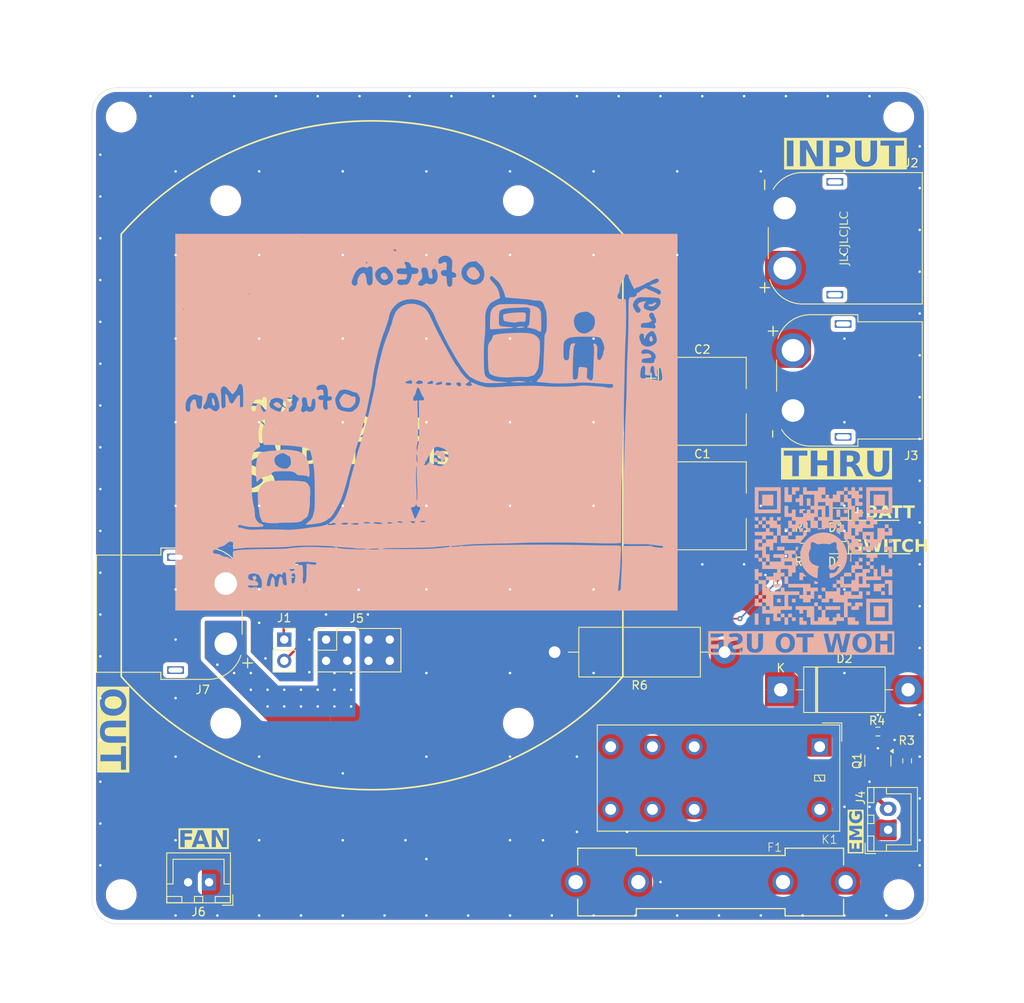
<source format=kicad_pcb>
(kicad_pcb (version 20241229) (generator "pcbnew") (generator_version "9.0")
  (layers (0 "F.Cu" signal) (2 "B.Cu" signal) (13 "F.Paste" user) (15 "B.Paste" user) (5 "F.SilkS" user "F.Silkscreen") (7 "B.SilkS" user "B.Silkscreen") (1 "F.Mask" user) (3 "B.Mask" user) (25 "Edge.Cuts" user))
  (net 0 "")
  (net 1 "GNDPWR")
  (net 2 "+BATT")
  (net 3 "Net-(D1-A)")
  (net 4 "Net-(D2-A)")
  (net 5 "Net-(J5-Pin_1)")
  (net 6 "EMERGENCY")
  (net 7 "GNDD")
  (net 8 "Net-(J4-Pin_2)")
  (net 9 "Net-(K1-Pad12)")
  (net 10 "Net-(Q1-G)")
  (net 11 "Net-(U1-A)")
  (net 12 "Net-(U1-VO)")
  (net 13 "Net-(D3-A)")
  (net 14 "Net-(F1-Pad1)")
  (footprint "Connector_AMASS:AMASS_XT60PW-M_1x02_P7.20mm_Horizontal" (layer "F.Cu") (at 82.85 14.4 -90)
    (property "Reference" "J2" (at -5.4 -15.15 180) (layer "F.SilkS"))
    (property "Value" "Conn_01x02")
    (fp_text user "-" (at -2.8 2.5 90) (layer "F.SilkS") (effects (font (size 1.5 1.5))))
    (fp_text user "+" (at 9.5 2.5 90) (layer "F.SilkS") (effects (font (size 1.5 1.5))))
    (pad "" thru_hole rect (at -3.15 -6 270) (size 0.9 2) (drill oval 0.6 1.7) (layers "*.Cu" "*.Mask"))
    (pad "" thru_hole rect (at 10.35 -6 270) (size 0.9 2) (drill oval 0.6 1.7) (layers "*.Cu" "*.Mask"))
    (pad "1" thru_hole roundrect (at 0 0 270) (size 4.1 4.1) (drill 2.7) (layers "*.Cu" "*.Mask") (net 1 "GNDPWR"))
    (pad "2" thru_hole circle (at 7.2 0 270) (size 4.1 4.1) (drill 2.7) (layers "*.Cu" "*.Mask") (net 2 "+BATT"))
  )
  (footprint "Connector_PinSocket_2.54mm:PinSocket_1x02_P2.54mm_Vertical" (layer "F.Cu") (at 23 65.999995)
    (property "Reference" "J1" (at 0 -2.589995 0) (layer "F.SilkS"))
    (property "Value" "Conn_01x02_Pin")
    (pad "1" thru_hole rect (at 0 0) (size 1.7 1.7) (drill 1) (layers "*.Cu" "*.Mask") (net 6 "EMERGENCY"))
    (pad "2" thru_hole circle (at 0 2.54) (size 1.7 1.7) (drill 1) (layers "*.Cu" "*.Mask") (net 7 "GNDD"))
  )
  (footprint "MountingHole:MountingHole_3.2mm_M3" (layer "F.Cu") (at 3.5 96.5)
    (property "Reference" "H7" (hide yes))
    (property "Value" "MountingHole")
    (pad "" np_thru_hole circle (at 0 0) (size 3.2 3.2) (drill 3.2) (layers "*.Cu" "*.Mask"))
  )
  (footprint "Library:FUC-04" (layer "F.Cu") (at 86.4 95 180)
    (property "Reference" "F1" (at 4.75 4.14 0) (layer "F.SilkS") (effects (font (thickness 0.1))))
    (property "Value" "Fuse_Small")
    (pad "1" thru_hole circle (at -3.75 0 180) (size 2.55 2.55) (drill 1.7) (layers "*.Cu" "*.Mask") (net 14 "Net-(F1-Pad1)"))
    (pad "1" thru_hole circle (at 3.75 0 180) (size 2.55 2.55) (drill 1.7) (layers "*.Cu" "*.Mask") (net 14 "Net-(F1-Pad1)"))
    (pad "2" thru_hole circle (at 21.05 0 180) (size 2.55 2.55) (drill 1.7) (layers "*.Cu" "*.Mask") (net 5 "Net-(J5-Pin_1)"))
    (pad "2" thru_hole circle (at 28.55 0 180) (size 2.55 2.55) (drill 1.7) (layers "*.Cu" "*.Mask") (net 5 "Net-(J5-Pin_1)"))
  )
  (footprint "Connector_AMASS:AMASS_XT60PW-F_1x02_P7.20mm_Horizontal" (layer "F.Cu") (at 83.85 38.6 -90)
    (property "Reference" "J3" (at 5.4 -14.15 180) (layer "F.SilkS"))
    (property "Value" "Conn_01x02")
    (fp_text user "-" (at 2.8 2.5 90) (layer "F.SilkS"))
    (fp_text user "+" (at -9.5 2.5 90) (layer "F.SilkS") (effects (font (size 1.5 1.5))))
    (pad "" thru_hole rect (at -10.35 -6 270) (size 0.9 2) (drill oval 0.6 1.7) (layers "*.Cu" "*.Mask"))
    (pad "" thru_hole rect (at 3.15 -6 270) (size 0.9 2) (drill oval 0.6 1.7) (layers "*.Cu" "*.Mask"))
    (pad "1" thru_hole roundrect (at 0 0 270) (size 4.1 4.1) (drill 2.7) (layers "*.Cu" "*.Mask") (net 1 "GNDPWR"))
    (pad "2" thru_hole circle (at -7.2 0 270) (size 4.1 4.1) (drill 2.7) (layers "*.Cu" "*.Mask") (net 2 "+BATT"))
  )
  (footprint "Diode_THT:D_DO-201AD_P15.24mm_Horizontal" (layer "F.Cu") (at 82.38 72)
    (property "Reference" "D2" (at 7.62 -3.72 0) (layer "F.SilkS"))
    (property "Value" "D")
    (fp_text user "K" (at 0 -2.6 0) (layer "F.SilkS"))
    (pad "1" thru_hole roundrect (at 0 0) (size 3.2 3.2) (drill 1.6) (layers "*.Cu" "*.Mask") (roundrect_rratio 0.078125) (net 2 "+BATT"))
    (pad "2" thru_hole circle (at 15.24 0) (size 3.2 3.2) (drill 1.6) (layers "*.Cu" "*.Mask") (net 4 "Net-(D2-A)"))
  )
  (footprint "MountingHole:MountingHole_3.2mm_M3" (layer "F.Cu") (at 16 13.500005)
    (property "Reference" "H1" (hide yes))
    (property "Value" "MountingHole")
    (pad "" np_thru_hole circle (at 0 0) (size 3.2 3.2) (drill 3.2) (layers "*.Cu" "*.Mask"))
  )
  (footprint "LED_SMD:LED_0603_1608Metric" (layer "F.Cu") (at 89 55 180)
    (property "Reference" "D3" (at 0 -1.7 0) (layer "F.SilkS"))
    (property "Value" "LED")
    (pad "1" smd roundrect (at -0.7875 0 180) (size 0.875 0.95) (layers "F.Cu" "F.Mask" "F.Paste") (net 1 "GNDPWR"))
    (pad "2" smd roundrect (at 0.7875 0 180) (size 0.875 0.95) (layers "F.Cu" "F.Mask" "F.Paste") (net 13 "Net-(D3-A)"))
  )
  (footprint "MountingHole:MountingHole_3.2mm_M3" (layer "F.Cu") (at 3.5 3.5)
    (property "Reference" "H5" (hide yes))
    (property "Value" "MountingHole")
    (pad "" np_thru_hole circle (at 0 0) (size 3.2 3.2) (drill 3.2) (layers "*.Cu" "*.Mask"))
  )
  (footprint "Package_TO_SOT_SMD:SOT-23" (layer "F.Cu") (at 94 80.5 -90)
    (property "Reference" "Q1" (at 0 2.49 270) (layer "F.SilkS"))
    (property "Value" "BSS138")
    (pad "1" smd roundrect (at -0.9375 -0.95 270) (size 1.475 0.6) (layers "F.Cu" "F.Mask" "F.Paste") (net 10 "Net-(Q1-G)"))
    (pad "2" smd roundrect (at -0.9375 0.95 270) (size 1.475 0.6) (layers "F.Cu" "F.Mask" "F.Paste") (net 1 "GNDPWR"))
    (pad "3" smd roundrect (at 0.9375 0 270) (size 1.475 0.6) (layers "F.Cu" "F.Mask" "F.Paste") (net 8 "Net-(J4-Pin_2)"))
  )
  (footprint "MountingHole:MountingHole_3.2mm_M3" (layer "F.Cu") (at 96.5 96.5)
    (property "Reference" "H8" (hide yes))
    (property "Value" "MountingHole")
    (pad "" np_thru_hole circle (at 0 0) (size 3.2 3.2) (drill 3.2) (layers "*.Cu" "*.Mask"))
  )
  (footprint "Resistor_SMD:R_0603_1608Metric_Pad0.98x0.95mm_HandSolder" (layer "F.Cu") (at 85 51)
    (property "Reference" "R1" (at 0 1.575 0) (layer "F.SilkS"))
    (property "Value" "3.3k")
    (pad "1" smd roundrect (at -0.9125 0) (size 0.975 0.95) (layers "F.Cu" "F.Mask" "F.Paste") (net 2 "+BATT"))
    (pad "2" smd roundrect (at 0.9125 0) (size 0.975 0.95) (layers "F.Cu" "F.Mask" "F.Paste") (net 3 "Net-(D1-A)"))
  )
  (footprint "Capacitor_SMD:CP_Elec_10x10" (layer "F.Cu") (at 73 37.5)
    (property "Reference" "C2" (at 0 -6.2 0) (layer "F.SilkS"))
    (property "Value" "330u")
    (pad "1" smd roundrect (at -4 0) (size 4 2.5) (layers "F.Cu" "F.Mask" "F.Paste") (roundrect_rratio 0.1) (net 2 "+BATT"))
    (pad "2" smd roundrect (at 4 0) (size 4 2.5) (layers "F.Cu" "F.Mask" "F.Paste") (roundrect_rratio 0.1) (net 1 "GNDPWR"))
  )
  (footprint "MountingHole:MountingHole_3.2mm_M3" (layer "F.Cu") (at 16 75.999995)
    (property "Reference" "H3" (hide yes))
    (property "Value" "MountingHole")
    (pad "" np_thru_hole circle (at 0 0) (size 3.2 3.2) (drill 3.2) (layers "*.Cu" "*.Mask"))
  )
  (footprint "Resistor_SMD:R_0603_1608Metric_Pad0.98x0.95mm_HandSolder" (layer "F.Cu") (at 85 55 180)
    (property "Reference" "R5" (at 0 -1.7 0) (layer "F.SilkS"))
    (property "Value" "3.3k")
    (pad "1" smd roundrect (at -0.9125 0 180) (size 0.975 0.95) (layers "F.Cu" "F.Mask" "F.Paste") (net 13 "Net-(D3-A)"))
    (pad "2" smd roundrect (at 0.9125 0 180) (size 0.975 0.95) (layers "F.Cu" "F.Mask" "F.Paste") (net 14 "Net-(F1-Pad1)"))
  )
  (footprint "LED_SMD:LED_0603_1608Metric" (layer "F.Cu") (at 89 51 180)
    (property "Reference" "D1" (at -0.025 -1.6 0) (layer "F.SilkS"))
    (property "Value" "LED")
    (pad "1" smd roundrect (at -0.7875 0 180) (size 0.875 0.95) (layers "F.Cu" "F.Mask" "F.Paste") (net 1 "GNDPWR"))
    (pad "2" smd roundrect (at 0.7875 0 180) (size 0.875 0.95) (layers "F.Cu" "F.Mask" "F.Paste") (net 3 "Net-(D1-A)"))
  )
  (footprint "Package_SO:SO-5-6_4.55x3.7mm_P1.27mm" (layer "F.Cu") (at 30.85 59.23)
    (property "Reference" "U1" (at 0 -2.8 0) (layer "F.SilkS"))
    (property "Value" "~")
    (pad "1" smd roundrect (at -3.15 -1.27) (size 1.2 0.8) (layers "F.Cu" "F.Mask" "F.Paste") (net 11 "Net-(U1-A)"))
    (pad "3" smd roundrect (at -3.15 1.27) (size 1.2 0.8) (layers "F.Cu" "F.Mask" "F.Paste") (net 7 "GNDD"))
    (pad "4" smd roundrect (at 3.15 1.27) (size 1.2 0.8) (layers "F.Cu" "F.Mask" "F.Paste") (net 1 "GNDPWR"))
    (pad "5" smd roundrect (at 3.15 0) (size 1.2 0.8) (layers "F.Cu" "F.Mask" "F.Paste") (net 12 "Net-(U1-VO)"))
    (pad "6" smd roundrect (at 3.15 -1.27) (size 1.2 0.8) (layers "F.Cu" "F.Mask" "F.Paste") (net 2 "+BATT"))
  )
  (footprint "Resistor_SMD:R_0603_1608Metric_Pad0.98x0.95mm_HandSolder" (layer "F.Cu") (at 23.849995 58)
    (property "Reference" "R2" (at 0 -1.43 0) (layer "F.SilkS"))
    (property "Value" "1k")
    (pad "1" smd roundrect (at -0.9125 0) (size 0.975 0.95) (layers "F.Cu" "F.Mask" "F.Paste") (net 6 "EMERGENCY"))
    (pad "2" smd roundrect (at 0.9125 0) (size 0.975 0.95) (layers "F.Cu" "F.Mask" "F.Paste") (net 11 "Net-(U1-A)"))
  )
  (footprint "Connector_JST:JST_XH_B2B-XH-A_1x02_P2.50mm_Vertical" (layer "F.Cu") (at 95.225 88.75 90)
    (property "Reference" "J4" (at 3.83 -3.285 90) (layer "F.SilkS"))
    (property "Value" "Conn_01x02")
    (pad "1" thru_hole roundrect (at 0 0 90) (size 1.7 2) (drill 1) (layers "*.Cu" "*.Mask") (roundrect_rratio 0.147059) (net 4 "Net-(D2-A)"))
    (pad "2" thru_hole oval (at 2.5 0 90) (size 1.7 2) (drill 1) (layers "*.Cu" "*.Mask") (net 8 "Net-(J4-Pin_2)"))
  )
  (footprint "Resistor_SMD:R_0603_1608Metric_Pad0.98x0.95mm_HandSolder" (layer "F.Cu") (at 94 77 180)
    (property "Reference" "R4" (at 0.09 1.3 0) (layer "F.SilkS"))
    (property "Value" "10k")
    (pad "1" smd roundrect (at -0.9125 0 180) (size 0.975 0.95) (layers "F.Cu" "F.Mask" "F.Paste") (net 10 "Net-(Q1-G)"))
    (pad "2" smd roundrect (at 0.9125 0 180) (size 0.975 0.95) (layers "F.Cu" "F.Mask" "F.Paste") (net 1 "GNDPWR"))
  )
  (footprint "Connector_PinSocket_2.54mm:PinSocket_2x04_P2.54mm_Vertical" (layer "F.Cu") (at 28 65.999995 90)
    (property "Reference" "J5" (at 2.539995 3.67 0) (layer "F.SilkS"))
    (property "Value" "Conn_02x04_Counter_Clockwise")
    (pad "1" thru_hole rect (at 0 0 90) (size 1.7 1.7) (drill 1) (layers "*.Cu" "*.Mask") (net 5 "Net-(J5-Pin_1)"))
    (pad "2" thru_hole circle (at -2.54 0 90) (size 1.7 1.7) (drill 1) (layers "*.Cu" "*.Mask") (net 5 "Net-(J5-Pin_1)"))
    (pad "3" thru_hole circle (at 0 2.54 90) (size 1.7 1.7) (drill 1) (layers "*.Cu" "*.Mask") (net 5 "Net-(J5-Pin_1)"))
    (pad "4" thru_hole circle (at -2.54 2.54 90) (size 1.7 1.7) (drill 1) (layers "*.Cu" "*.Mask") (net 5 "Net-(J5-Pin_1)"))
    (pad "5" thru_hole circle (at 0 5.08 90) (size 1.7 1.7) (drill 1) (layers "*.Cu" "*.Mask") (net 1 "GNDPWR"))
    (pad "6" thru_hole circle (at -2.54 5.08 90) (size 1.7 1.7) (drill 1) (layers "*.Cu" "*.Mask") (net 1 "GNDPWR"))
    (pad "7" thru_hole circle (at 0 7.62 90) (size 1.7 1.7) (drill 1) (layers "*.Cu" "*.Mask") (net 1 "GNDPWR"))
    (pad "8" thru_hole circle (at -2.54 7.62 90) (size 1.7 1.7) (drill 1) (layers "*.Cu" "*.Mask") (net 1 "GNDPWR"))
  )
  (footprint "Resistor_SMD:R_0603_1608Metric_Pad0.98x0.95mm_HandSolder" (layer "F.Cu") (at 97.5 80.5 90)
    (property "Reference" "R3" (at 2.43 -0.05 180) (layer "F.SilkS"))
    (property "Value" "1k")
    (pad "1" smd roundrect (at -0.9125 0 90) (size 0.975 0.95) (layers "F.Cu" "F.Mask" "F.Paste") (net 12 "Net-(U1-VO)"))
    (pad "2" smd roundrect (at 0.9125 0 90) (size 0.975 0.95) (layers "F.Cu" "F.Mask" "F.Paste") (net 10 "Net-(Q1-G)"))
  )
  (footprint "MountingHole:MountingHole_3.2mm_M3" (layer "F.Cu") (at 96.5 3.5)
    (property "Reference" "H6" (hide yes))
    (property "Value" "MountingHole")
    (pad "" np_thru_hole circle (at 0 0) (size 3.2 3.2) (drill 3.2) (layers "*.Cu" "*.Mask"))
  )
  (footprint "Resistor_THT:R_Axial_DIN0614_L14.3mm_D5.7mm_P20.32mm_Horizontal" (layer "F.Cu") (at 75.66 67.5 180)
    (property "Reference" "R6" (at 10.16 -3.97 0) (layer "F.SilkS"))
    (property "Value" "47")
    (pad "1" thru_hole circle (at 0 0 180) (size 2.8 2.8) (drill 1.4) (layers "*.Cu" "*.Mask") (net 9 "Net-(K1-Pad12)"))
    (pad "2" thru_hole circle (at 20.32 0 180) (size 2.8 2.8) (drill 1.4) (layers "*.Cu" "*.Mask") (net 1 "GNDPWR"))
  )
  (footprint "Capacitor_SMD:CP_Elec_10x10" (layer "F.Cu") (at 73 50)
    (property "Reference" "C1" (at 0 -6.2 0) (layer "F.SilkS"))
    (property "Value" "330u")
    (pad "1" smd roundrect (at -4 0) (size 4 2.5) (layers "F.Cu" "F.Mask" "F.Paste") (roundrect_rratio 0.1) (net 2 "+BATT"))
    (pad "2" smd roundrect (at 4 0) (size 4 2.5) (layers "F.Cu" "F.Mask" "F.Paste") (roundrect_rratio 0.1) (net 1 "GNDPWR"))
  )
  (footprint "MountingHole:MountingHole_3.2mm_M3" (layer "F.Cu") (at 51 75.999995)
    (property "Reference" "H4" (hide yes))
    (property "Value" "MountingHole")
    (pad "" np_thru_hole circle (at 0 0) (size 3.2 3.2) (drill 3.2) (layers "*.Cu" "*.Mask"))
  )
  (footprint "Library:G2R-1-E" (layer "F.Cu") (at 89.4375 76.2125 -90)
    (property "Reference" "K1" (at 13.6975 1.2275 0) (layer "F.SilkS") (effects (font (thickness 0.1))))
    (property "Value" "G2R-1-E")
    (pad "11" thru_hole circle (at 2.600001 22.4 270) (size 2 2) (drill 1.3) (layers "*.Cu" "*.Mask") (net 14 "Net-(F1-Pad1)"))
    (pad "11" thru_hole circle (at 10.099999 22.4 270) (size 2 2) (drill 1.3) (layers "*.Cu" "*.Mask") (net 14 "Net-(F1-Pad1)"))
    (pad "12" thru_hole circle (at 2.600001 17.400001 270) (size 2 2) (drill 1.3) (layers "*.Cu" "*.Mask") (net 9 "Net-(K1-Pad12)"))
    (pad "12" thru_hole circle (at 10.099999 17.4 270) (size 2 2) (drill 1.3) (layers "*.Cu" "*.Mask") (net 9 "Net-(K1-Pad12)"))
    (pad "14" thru_hole circle (at 2.6 27.4 270) (size 2 2) (drill 1.3) (layers "*.Cu" "*.Mask") (net 2 "+BATT"))
    (pad "14" thru_hole circle (at 10.1 27.4 270) (size 2 2) (drill 1.3) (layers "*.Cu" "*.Mask") (net 2 "+BATT"))
    (pad "A1" thru_hole rect (at 2.6 2.4 270) (size 2 2) (drill 1.3) (layers "*.Cu" "*.Mask") (net 2 "+BATT"))
    (pad "A2" thru_hole circle (at 10.1 2.4 270) (size 2 2) (drill 1.3) (layers "*.Cu" "*.Mask") (net 4 "Net-(D2-A)"))
  )
  (footprint "Connector_JST:JST_XH_B2B-XH-A_1x02_P2.50mm_Vertical" (layer "F.Cu") (at 14 95.025 180)
    (property "Reference" "J6" (at 1.25 -3.55 0) (layer "F.SilkS"))
    (property "Value" "Conn_01x02")
    (pad "1" thru_hole roundrect (at 0 0 180) (size 1.7 2) (drill 1) (layers "*.Cu" "*.Mask") (roundrect_rratio 0.147059) (net 5 "Net-(J5-Pin_1)"))
    (pad "2" thru_hole oval (at 2.5 0 180) (size 1.7 2) (drill 1) (layers "*.Cu" "*.Mask") (net 1 "GNDPWR"))
  )
  (footprint "MountingHole:MountingHole_3.2mm_M3" (layer "F.Cu") (at 51 13.500005)
    (property "Reference" "H2" (hide yes))
    (property "Value" "MountingHole")
    (pad "" np_thru_hole circle (at 0 0) (size 3.2 3.2) (drill 3.2) (layers "*.Cu" "*.Mask"))
  )
  (footprint "Connector_AMASS:AMASS_XT60PW-F_1x02_P7.20mm_Horizontal" (layer "F.Cu") (at 16 59.3 90)
    (property "Reference" "J7" (at -12.7 -2.75 180) (layer "F.SilkS"))
    (property "Value" "Conn_01x02")
    (fp_text user "+" (at -9.5 2.5 90) (layer "F.SilkS") (effects (font (size 1.5 1.5))))
    (fp_text user "-" (at 2.8 2.5 90) (layer "F.SilkS"))
    (pad "" thru_hole rect (at -10.35 -6 90) (size 0.9 2) (drill oval 0.6 1.7) (layers "*.Cu" "*.Mask"))
    (pad "" thru_hole rect (at 3.15 -6 90) (size 0.9 2) (drill oval 0.6 1.7) (layers "*.Cu" "*.Mask"))
    (pad "1" thru_hole roundrect (at 0 0 90) (size 4.1 4.1) (drill 2.7) (layers "*.Cu" "*.Mask") (net 1 "GNDPWR"))
    (pad "2" thru_hole circle (at -7.2 0 90) (size 4.1 4.1) (drill 2.7) (layers "*.Cu" "*.Mask") (net 5 "Net-(J5-Pin_1)"))
  )
  (footprint "Capacitor_SMD:C_0603_1608Metric_Pad1.08x0.95mm_HandSolder" (layer "F.Cu") (at 36.35 59.23 -90)
    (property "Reference" "C3" (at 0 -1.43 90) (layer "F.SilkS"))
    (property "Value" "0.1u")
    (pad "1" smd roundrect (at -0.8625 0 270) (size 1.075 0.95) (layers "F.Cu" "F.Mask" "F.Paste") (net 2 "+BATT"))
    (pad "2" smd roundrect (at 0.8625 0 270) (size 1.075 0.95) (layers "F.Cu" "F.Mask" "F.Paste") (net 1 "GNDPWR"))
  )
  (footprint "LOGO" (layer "F.Cu") (at 18.37 40.88)
    (property "Reference" "G***" (hide yes))
    (property "Value" "LOGO" (hide yes))
  )
  (footprint "LOGO" (layer "B.Cu") (at 87.5 56 180)
    (property "Reference" "G***" (hide yes))
    (property "Value" "LOGO" (hide yes))
  )
  (footprint "LOGO" (layer "B.Cu") (at 40 40 180)
    (property "Reference" "G***" (hide yes))
    (property "Value" "LOGO" (hide yes))
  )
  (gr_line (start 3.5 17.499999) (end 3.5 70.415019) (stroke (width 0.2)) (layer "F.SilkS"))
  (gr_line (start 90.485 51.735) (end 96.53 51.735) (stroke (width 0.15)) (layer "F.SilkS"))
  (gr_arc (start 3.5 17.499999) (mid 33.5 3.957509) (end 63.5 17.499998) (stroke (width 0.2)) (layer "F.SilkS"))
  (gr_line (start 63.5 17.499998) (end 63.5 70.41502) (stroke (width 0.2)) (layer "F.SilkS"))
  (gr_line (start 90.485 55.735) (end 97.83 55.735) (stroke (width 0.15)) (layer "F.SilkS"))
  (gr_arc (start 63.5 70.41502) (mid 33.5 83.957509) (end 3.5 70.415019) (stroke (width 0.2)) (layer "F.SilkS"))
  (gr_arc (start 97 0) (mid 99.12132 0.87868) (end 100 3) (stroke (width 0.05)) (layer "Edge.Cuts"))
  (gr_line (start 97 100) (end 3 100) (stroke (width 0.05)) (layer "Edge.Cuts"))
  (gr_arc (start 3 100) (mid 0.87868 99.12132) (end 0 97) (stroke (width 0.05)) (layer "Edge.Cuts"))
  (gr_arc (start 0 3) (mid 0.87868 0.87868) (end 3 0) (stroke (width 0.05)) (layer "Edge.Cuts"))
  (gr_line (start 3 0) (end 97 0) (stroke (width 0.05)) (layer "Edge.Cuts"))
  (gr_line (start 0 97) (end 0 3) (stroke (width 0.05)) (layer "Edge.Cuts"))
  (gr_line (start 100 3) (end 100 97) (stroke (width 0.05)) (layer "Edge.Cuts"))
  (gr_arc (start 100 97) (mid 99.12132 99.12132) (end 97 100) (stroke (width 0.05)) (layer "Edge.Cuts"))
  (gr_text "FAN" (at 10.31 91.165 0) (layer "F.SilkS" knockout) (effects (font (size 2 2) (thickness 0.3) (bold yes) (italic yes)) (justify left bottom)))
  (gr_text "+BATT" (at 90.7 51.735 0) (layer "F.SilkS") (effects (font (size 1.5 1.5) (thickness 0.3) (bold yes) (italic yes)) (justify left bottom)))
  (gr_text "Designer:Issei Takeuchi" (at 24.89 45.35 0) (layer "F.SilkS") (effects (font (size 2 2) (thickness 0.25) (bold yes) (italic yes)) (justify left bottom)))
  (gr_text "THRU" (at 82.73 46.97 0) (layer "F.SilkS" knockout) (effects (font (size 3 3) (thickness 0.3) (bold yes) (italic yes)) (justify left bottom)))
  (gr_text "2025-SSR-Team5" (at 24.99 42.85 0) (layer "F.SilkS") (effects (font (size 3 3) (thickness 0.4) (bold yes) (italic yes)) (justify left bottom)))
  (gr_text "SWITCH" (at 90.74 55.77 0) (layer "F.SilkS") (effects (font (size 1.5 1.5) (thickness 0.3) (bold yes) (italic yes)) (justify left bottom)))
  (gr_text "EMG" (at 92.36 91.6 90) (layer "F.SilkS" knockout) (effects (font (size 1.5 1.5) (thickness 0.3) (bold yes) (italic yes)) (justify left bottom)))
  (gr_text "OUT" (at 0.5 71.75 270) (layer "F.SilkS" knockout) (effects (font (size 3 3) (thickness 0.3) (bold yes) (italic yes)) (justify left bottom)))
  (gr_text "JLCJLCJLC" (at 90 18 90) (layer "F.SilkS") (effects (font (size 1 1) (thickness 0.1))))
  (gr_text "INPUT" (at 82.73 9.89 0) (layer "F.SilkS" knockout) (effects (font (size 3 3) (thickness 0.3) (bold yes) (italic yes)) (justify left bottom)))
  (gr_text "HOW TO USE" (at 96 67.9 0) (layer "B.SilkS" knockout) (effects (font (size 2.2 2.2) (thickness 0.5) (bold yes) (italic yes)) (justify left bottom mirror)))
  (segment (start 93.05 77.0375) (end 93.0875 77) (width 0.2) (layer "F.Cu") (net 1))
  (segment (start 93.05 79.5625) (end 93.05 77.0375) (width 0.2) (layer "F.Cu") (net 1))
  (via (at 10 90) (size 0.6) (drill 0.3) (layers "F.Cu" "B.Cu") (net 1))
  (via (at 40 10) (size 0.6) (drill 0.3) (layers "F.Cu" "B.Cu") (net 1))
  (via (at 20 40) (size 0.6) (drill 0.3) (layers "F.Cu" "B.Cu") (net 1))
  (via (at 99 17) (size 0.6) (drill 0.3) (layers "F.Cu" "B.Cu") (net 1))
  (via (at 99 22) (size 0.6) (drill 0.3) (layers "F.Cu" "B.Cu") (net 1))
  (via (at 99 7) (size 0.6) (drill 0.3) (layers "F.Cu" "B.Cu") (net 1))
  (via (at 90 86) (size 0.6) (drill 0.3) (layers "F.Cu" "B.Cu") (net 1))
  (via (at 99 47) (size 0.6) (drill 0.3) (layers "F.Cu" "B.Cu") (net 1))
  (via (at 20 60) (size 0.6) (drill 0.3) (layers "F.Cu" "B.Cu") (net 1))
  (via (at 1 8) (size 0.6) (drill 0.3) (layers "F.Cu" "B.Cu") (net 1))
  (via (at 20 20) (size 0.6) (drill 0.3) (layers "F.Cu" "B.Cu") (net 1))
  (via (at 10 50) (size 0.6) (drill 0.3) (layers "F.Cu" "B.Cu") (net 1))
  (via (at 60 30) (size 0.6) (drill 0.3) (layers "F.Cu" "B.Cu") (net 1))
  (via (at 73 1) (size 0.6) (drill 0.3) (layers "F.Cu" "B.Cu") (net 1))
  (via (at 10 40) (size 0.6) (drill 0.3) (layers "F.Cu" "B.Cu") (net 1))
  (via (at 30 90) (size 0.6) (drill 0.3) (layers "F.Cu" "B.Cu") (net 1))
  (via (at 80 50) (size 0.6) (drill 0.3) (layers "F.Cu" "B.Cu") (net 1))
  (via (at 20 80) (size 0.6) (drill 0.3) (layers "F.Cu" "B.Cu") (net 1))
  (via (at 93 83) (size 0.6) (drill 0.3) (layers "F.Cu" "B.Cu") (net 1))
  (via (at 40 70) (size 0.6) (drill 0.3) (layers "F.Cu" "B.Cu") (net 1))
  (via (at 1 73) (size 0.6) (drill 0.3) (layers "F.Cu" "B.Cu") (net 1))
  (via (at 17 1) (size 0.6) (drill 0.3) (layers "F.Cu" "B.Cu") (net 1))
  (via (at 20.75 68.25) (size 0.6) (drill 0.3) (layers "F.Cu" "B.Cu") (net 1))
  (via (at 93 86) (size 0.6) (drill 0.3) (layers "F.Cu" "B.Cu") (net 1))
  (via (at 10 10) (size 0.6) (drill 0.3) (layers "F.Cu" "B.Cu") (net 1))
  (via (at 60 99) (size 0.6) (drill 0.3) (layers "F.Cu" "B.Cu") (net 1))
  (via (at 30 30) (size 0.6) (drill 0.3) (layers "F.Cu" "B.Cu") (net 1))
  (via (at 70 10) (size 0.6) (drill 0.3) (layers "F.Cu" "B.Cu") (net 1))
  (via (at 64 89) (size 0.6) (drill 0.3) (layers "F.Cu" "B.Cu") (net 1))
  (via (at 58 80) (size 0.6) (drill 0.3) (layers "F.Cu" "B.Cu") (net 1))
  (via (at 30 40) (size 0.6) (drill 0.3) (layers "F.Cu" "B.Cu") (net 1))
  (via (at 10 80) (size 0.6) (drill 0.3) (layers "F.Cu" "B.Cu") (net 1))
  (via (at 40 60) (size 0.6) (drill 0.3) (layers "F.Cu" "B.Cu") (net 1))
  (via (at 50 90) (size 0.6) (drill 0.3) (layers "F.Cu" "B.Cu") (net 1))
  (via (at 50 30) (size 0.6) (drill 0.3) (layers "F.Cu" "B.Cu") (net 1))
  (via (at 50 99) (size 0.6) (drill 0.3) (layers "F.Cu" "B.Cu") (net 1))
  (via (at 1 18) (size 0.6) (drill 0.3) (layers "F.Cu" "B.Cu") (net 1))
  (via (at 99 57) (size 0.6) (drill 0.3) (layers "F.Cu" "B.Cu") (net 1))
  (via (at 85 99) (size 0.6) (drill 0.3) (layers "F.Cu" "B.Cu") (net 1))
  (via (at 20 64) (size 0.6) (drill 0.3) (layers "F.Cu" "B.Cu") (net 1))
  (via (at 99 90) (size 0.6) (drill 0.3) (layers "F.Cu" "B.Cu") (net 1))
  (via (at 22 1) (size 0.6) (drill 0.3) (layers "F.Cu" "B.Cu") (net 1))
  (via (at 26 66) (size 0.6) (drill 0.3) (layers "F.Cu" "B.Cu") (net 1))
  (via (at 94 75) (size 0.6) (drill 0.3) (layers "F.Cu" "B.Cu") (net 1))
  (via (at 60 20) (size 0.6) (drill 0.3) (layers "F.Cu" "B.Cu") (net 1))
  (via (at 80 10) (size 0.6) (drill 0.3) (layers "F.Cu" "B.Cu") (net 1))
  (via (at 68 1) (size 0.6) (drill 0.3) (layers "F.Cu" "B.Cu") (net 1))
  (via (at 40 80) (size 0.6) (drill 0.3) (layers "F.Cu" "B.Cu") (net 1))
  (via (at 83 56) (size 0.6) (drill 0.3) (layers "F.Cu" "B.Cu") (net 1))
  (via (at 1 13) (size 0.6) (drill 0.3) (layers "F.Cu" "B.Cu") (net 1))
  (via (at 99 12) (size 0.6) (drill 0.3) (layers "F.Cu" "B.Cu") (net 1))
  (via (at 20 99) (size 0.6) (drill 0.3) (layers "F.Cu" "B.Cu") (net 1))
  (via (at 90 53) (size 0.6) (drill 0.3) (layers "F.Cu" "B.Cu") (net 1))
  (via (at 1 43) (size 0.6) (drill 0.3) (layers "F.Cu" "B.Cu") (net 1))
  (via (at 1 23) (size 0.6) (drill 0.3) (layers "F.Cu" "B.Cu") (net 1))
  (via (at 99 85) (size 0.6) (drill 0.3) (layers "F.Cu" "B.Cu") (net 1))
  (via (at 99 37) (size 0.6) (drill 0.3) (layers "F.Cu" "B.Cu") (net 1))
  (via (at 70 20) (size 0.6) (drill 0.3) (layers "F.Cu" "B.Cu") (net 1))
  (via (at 25 99) (size 0.6) (drill 0.3) (layers "F.Cu" "B.Cu") (net 1))
  (via (at 10 66) (size 0.6) (drill 0.3) (layers "F.Cu" "B.Cu") (net 1))
  (via (at 1 93) (size 0.6) (drill 0.3) (layers "F.Cu" "B.Cu") (net 1))
  (via (at 20 30) (size 0.6) (drill 0.3) (layers "F.Cu" "B.Cu") (net 1))
  (via (at 63 1) (size 0.6) (drill 0.3) (layers "F.Cu" "B.Cu") (net 1))
  (via (at 1 83) (size 0.6) (drill 0.3) (layers "F.Cu" "B.Cu") (net 1))
  (via (at 50 80) (size 0.6) (drill 0.3) (layers "F.Cu" "B.Cu") (net 1))
  (via (at 28 63) (size 0.6) (drill 0.3) (layers "F.Cu" "B.Cu") (net 1))
  (via (at 12 1) (size 0.6) (drill 0.3) (layers "F.Cu" "B.Cu") (net 1))
  (via (at 48 1) (size 0.6) (drill 0.3) (layers "F.Cu" "B.Cu") (net 1))
  (via (at 7 1) (size 0.6) (drill 0.3) (layers "F.Cu" "B.Cu") (net 1))
  (via (at 30 99) (size 0.6) (drill 0.3) (layers "F.Cu" "B.Cu") (net 1))
  (via (at 30 10) (size 0.6) (drill 0.3) (layers "F.Cu" "B.Cu") (net 1))
  (via (at 73 57) (size 0.6) (drill 0.3) (layers "F.Cu" "B.Cu") (net 1))
  (via (at 1 63) (size 0.6) (drill 0.3) (layers "F.Cu" "B.Cu") (net 1))
  (via (at 90 20) (size 0.6) (drill 0.3) (layers "F.Cu" "B.Cu") (net 1))
  (via (at 58 89) (size 0.6) (drill 0.3) (layers "F.Cu" "B.Cu") (net 1))
  (via (at 90 10) (size 0.6) (drill 0.3) (layers "F.Cu" "B.Cu") (net 1))
  (via (at 60 40) (size 0.6) (drill 0.3) (layers "F.Cu" "B.Cu") (net 1))
  (via (at 90 60) (size 0.6) (drill 0.3) (layers "F.Cu" "B.Cu") (net 1))
  (via (at 20 10) (size 0.6) (drill 0.3) (layers "F.Cu" "B.Cu") (net 1))
  (via (at 99 80) (size 0.6) (drill 0.3) (layers "F.Cu" "B.Cu") (net 1))
  (via (at 10 20) (size 0.6) (drill 0.3) (layers "F.Cu" "B.Cu") (net 1))
  (via (at 40 20) (size 0.6) (drill 0.3) (layers "F.Cu" "B.Cu") (net 1))
  (via (at 93 1) (size 0.6) (drill 0.3) (layers "F.Cu" "B.Cu") (net 1))
  (via (at 40 50) (size 0.6) (drill 0.3) (layers "F.Cu" "B.Cu") (net 1))
  (via (at 60 70) (size 0.6) (drill 0.3) (layers "F.Cu" "B.Cu") (net 1))
  (via (at 30 50) (size 0.6) (drill 0.3) (layers "F.Cu" "B.Cu") (net 1))
  (via (at 90 40) (size 0.6) (drill 0.3) (layers "F.Cu" "B.Cu") (net 1))
  (via (at 40 30) (size 0.6) (drill 0.3) (layers "F.Cu" "B.Cu") (net 1))
  (via (at 60 10) (size 0.6) (drill 0.3) (layers "F.Cu" "B.Cu") (net 1))
  (via (at 37.5 90) (size 0.6) (drill 0.3) (layers "F.Cu" "B.Cu") (net 1))
  (via (at 99 27) (size 0.6) (drill 0.3) (layers "F.Cu" "B.Cu") (net 1))
  (via (at 90 70) (size 0.6) (drill 0.3) (layers "F.Cu" "B.Cu") (net 1))
  (via (at 43 1) (size 0.6) (drill 0.3) (layers "F.Cu" "B.Cu") (net 1))
  (via (at 50 20) (size 0.6) (drill 0.3) (layers "F.Cu" "B.Cu") (net 1))
  (via (at 30 20) (size 0.6) (drill 0.3) (layers "F.Cu" "B.Cu") (net 1))
  (via (at 1 48) (size 0.6) (drill 0.3) (layers "F.Cu" "B.Cu") (net 1))
  (via (at 78 57) (size 0.6) (drill 0.3) (layers "F.Cu" "B.Cu") (net 1))
  (via (at 40 40) (size 0.6) (drill 0.3) (layers "F.Cu" "B.Cu") (net 1))
  (via (at 1 58) (size 0.6) (drill 0.3) (layers "F.Cu" "B.Cu") (net 1))
  (via (at 96 78) (size 0.6) (drill 0.3) (layers "F.Cu" "B.Cu") (net 1))
  (via (at 45 99) (size 0.6) (drill 0.3) (layers "F.Cu" "B.Cu") (net 1))
  (via (at 60 50) (size 0.6) (drill 0.3) (layers "F.Cu" "B.Cu") (net 1))
  (via (at 55 99) (size 0.6) (drill 0.3) (layers "F.Cu" "B.Cu") (net 1))
  (via (at 38 1) (size 0.6) (drill 0.3) (layers "F.Cu" "B.Cu") (net 1))
  (via (at 90 99) (size 0.6) (drill 0.3) (layers "F.Cu" "B.Cu") (net 1))
  (via (at 50 60) (size 0.6) (drill 0.3) (layers "F.Cu" "B.Cu") (net 1))
  (via (at 88 1) (size 0.6) (drill 0.3) (layers "F.Cu" "B.Cu") (net 1))
  (via (at 26 69.9) (size 0.6) (drill 0.3) (layers "F.Cu" "B.Cu") (net 1))
  (via (at 20 90) (size 0.6) (drill 0.3) (layers "F.Cu" "B.Cu") (net 1))
  (via (at 94 79) (size 0.6) (drill 0.3) (layers "F.Cu" "B.Cu") (net 1))
  (via (at 1 53) (size 0.6) (drill 0.3) (layers "F.Cu" "B.Cu") (net 1))
  (via (at 1 28) (size 0.6) (drill 0.3) (layers "F.Cu" "B.Cu") (net 1))
  (via (at 1 38) (size 0.6) (drill 0.3) (layers "F.Cu" "B.Cu") (net 1))
  (via (at 60 60) (size 0.6) (drill 0.3) (layers "F.Cu" "B.Cu") (net 1))
  (via (at 99 67) (size 0.6) (drill 0.3) (layers "F.Cu" "B.Cu") (net 1))
  (via (at 68 95) (size 0.6) (drill 0.3) (layers "F.Cu" "B.Cu") (net 1))
  (via (at 10 99) (size 0.6) (drill 0.3) (layers "F.Cu" "B.Cu") (net 1))
  (via (at 10 60) (size 0.6) (drill 0.3) (layers "F.Cu" "B.Cu") (net 1))
  (via (at 95 99) (size 0.6) (drill 0.3) (layers "F.Cu" "B.Cu") (net 1))
  (via (at 80 99) (size 0.6) (drill 0.3) (layers "F.Cu" "B.Cu") (net 1))
  (via (at 99 93) (size 0.6) (drill 0.3) (layers "F.Cu" "B.Cu") (net 1))
  (via (at 30 10) (size 0.6) (drill 0.3) (layers "F.Cu" "B.Cu") (net 1))
  (via (at 78 1) (size 0.6) (drill 0.3) (layers "F.Cu" "B.Cu") (net 1))
  (via (at 1 78) (size 0.6) (drill 0.3) (layers "F.Cu" "B.Cu") (net 1))
  (via (at 40 99) (size 0.6) (drill 0.3) (layers "F.Cu" "B.Cu") (net 1))
  (via (at 50 10) (size 0.6) (drill 0.3) (layers "F.Cu" "B.Cu") (net 1))
  (via (at 80.55 58.275) (size 0.6) (drill 0.3) (layers "F.Cu" "B.Cu") (net 1))
  (via (at 50 50) (size 0.6) (drill 0.3) (layers "F.Cu" "B.Cu") (net 1))
  (via (at 35 99) (size 0.6) (drill 0.3) (layers "F.Cu" "B.Cu") (net 1))
  (via (at 53.95 90) (size 0.6) (drill 0.3) (layers "F.Cu" "B.Cu") (net 1))
  (via (at 99 75) (size 0.6) (drill 0.3) (layers "F.Cu" "B.Cu") (net 1))
  (via (at 50 40) (size 0.6) (drill 0.3) (layers "F.Cu" "B.Cu") (net 1))
  (via (at 58 1) (size 0.6) (drill 0.3) (layers "F.Cu" "B.Cu") (net 1))
  (via (at 1 88) (size 0.6) (drill 0.3) (layers "F.Cu" "B.Cu") (net 1))
  (via (at 99 32) (size 0.6) (drill 0.3) (layers "F.Cu" "B.Cu") (net 1))
  (via (at 83 1) (size 0.6) (drill 0.3) (layers "F.Cu" "B.Cu") (net 1))
  (via (at 50 70) (size 0.6) (drill 0.3) (layers "F.Cu" "B.Cu") (net 1))
  (via (at 30 82) (size 0.6) (drill 0.3) (layers "F.Cu" "B.Cu") (net 1))
  (via (at 40 92.25) (size 0.6) (drill 0.3) (layers "F.Cu" "B.Cu") (net 1))
  (via (at 99 52) (size 0.6) (drill 0.3) (layers "F.Cu" "B.Cu") (net 1))
  (via (at 90 50) (size 0.6) (drill 0.3) (layers "F.Cu" "B.Cu") (net 1))
  (via (at 85 99) (size 0.6) (drill 0.3) (layers "F.Cu" "B.Cu") (net 1))
  (via (at 10 30) (size 0.6) (drill 0.3) (layers "F.Cu" "B.Cu") (net 1))
  (via (at 1 33) (size 0.6) (drill 0.3) (layers "F.Cu" "B.Cu") (net 1))
  (via (at 65 99) (size 0.6) (drill 0.3) (layers "F.Cu" "B.Cu") (net 1))
  (via (at 20 50) (size 0.6) (drill 0.3) (layers "F.Cu" "B.Cu") (net 1))
  (via (at 33 63) (size 0.6) (drill 0.3) (layers "F.Cu" "B.Cu") (net 1))
  (via (at 32 1) (size 0.6) (drill 0.3) (layers "F.Cu" "B.Cu") (net 1))
  (via (at 99 42) (size 0.6) (drill 0.3) (layers "F.Cu" "B.Cu") (net 1))
  (via (at 27 1) (size 0.6) (drill 0.3) (layers "F.Cu" "B.Cu") (net 1))
  (via (at 15 99) (size 0.6) (drill 0.3) (layers "F.Cu" "B.Cu") (net 1))
  (via (at 10 73) (size 0.6) (drill 0.3) (layers "F.Cu" "B.Cu") (net 1))
  (via (at 31.89 60.04) (size 0.6) (drill 0.3) (layers "F.Cu" "B.Cu") (net 1))
  (via (at 99 62) (size 0.6) (drill 0.3) (layers "F.Cu" "B.Cu") (net 1))
  (via (at 83 53) (size 0.6) (drill 0.3) (layers "F.Cu" "B.Cu") (net 1))
  (via (at 75 99) (size 0.6) (drill 0.3) (layers "F.Cu" "B.Cu") (net 1))
  (via (at 90 30) (size 0.6) (drill 0.3) (layers "F.Cu" "B.Cu") (net 1))
  (via (at 1 68) (size 0.6) (drill 0.3) (layers "F.Cu" "B.Cu") (net 1))
  (via (at 70 99) (size 0.6) (drill 0.3) (layers "F.Cu" "B.Cu") (net 1))
  (via (at 53 1) (size 0.6) (drill 0.3) (layers "F.Cu" "B.Cu") (net 1))
  (segment (start 82.25 51) (end 79.75 53.5) (width 0.2) (layer "F.Cu") (net 2))
  (segment (start 84.0875 51) (end 82.25 51) (width 0.2) (layer "F.Cu") (net 2))
  (segment (start 79 54.25) (end 70.25 54.25) (width 0.2) (layer "F.Cu") (net 2))
  (segment (start 79.75 53.5) (end 79 54.25) (width 0.2) (layer "F.Cu") (net 2))
  (segment (start 34 57.96) (end 35.9425 57.96) (width 0.3) (layer "F.Cu") (net 2))
  (segment (start 36.35 58.3675) (end 69.0325 58.3675) (width 0.3) (layer "F.Cu") (net 2))
  (segment (start 35.9425 57.96) (end 36.35 58.3675) (width 0.3) (layer "F.Cu") (net 2))
  (segment (start 85.9125 51) (end 88.2125 51) (width 0.2) (layer "F.Cu") (net 3))
  (via (at 29 72) (size 0.6) (drill 0.3) (layers "F.Cu" "B.Cu") (net 5))
  (via (at 29 70) (size 0.6) (drill 0.3) (layers "F.Cu" "B.Cu") (net 5))
  (via (at 19 70) (size 0.6) (drill 0.3) (layers "F.Cu" "B.Cu") (net 5))
  (via (at 21 72) (size 0.6) (drill 0.3) (layers "F.Cu" "B.Cu") (net 5))
  (via (at 27 74) (size 0.6) (drill 0.3) (layers "F.Cu" "B.Cu") (net 5))
  (via (at 25 74) (size 0.6) (drill 0.3) (layers "F.Cu" "B.Cu") (net 5))
  (via (at 25 72) (size 0.6) (drill 0.3) (layers "F.Cu" "B.Cu") (net 5))
  (via (at 23 72) (size 0.6) (drill 0.3) (layers "F.Cu" "B.Cu") (net 5))
  (via (at 17 70) (size 0.6) (drill 0.3) (layers "F.Cu" "B.Cu") (net 5))
  (via (at 31 72) (size 0.6) (drill 0.3) (layers "F.Cu" "B.Cu") (net 5))
  (via (at 23 74) (size 0.6) (drill 0.3) (layers "F.Cu" "B.Cu") (net 5))
  (via (at 21 74) (size 0.6) (drill 0.3) (layers "F.Cu" "B.Cu") (net 5))
  (via (at 29 74) (size 0.6) (drill 0.3) (layers "F.Cu" "B.Cu") (net 5))
  (via (at 15 69) (size 0.6) (drill 0.3) (layers "F.Cu" "B.Cu") (net 5))
  (via (at 31 70) (size 0.6) (drill 0.3) (layers "F.Cu" "B.Cu") (net 5))
  (via (at 31 74) (size 0.6) (drill 0.3) (layers "F.Cu" "B.Cu") (net 5))
  (via (at 19 72) (size 0.6) (drill 0.3) (layers "F.Cu" "B.Cu") (net 5))
  (via (at 27 72) (size 0.6) (drill 0.3) (layers "F.Cu" "B.Cu") (net 5))
  (segment (start 22.937495 58.23) (end 22.937495 65.93749) (width 0.3) (layer "F.Cu") (net 6))
  (segment (start 22.937495 65.93749) (end 23 65.999995) (width 0.3) (layer "F.Cu") (net 6))
  (segment (start 26.5 60.5) (end 27.7 60.5) (width 0.3) (layer "F.Cu") (net 7))
  (segment (start 24.5 62.5) (end 26.5 60.5) (width 0.3) (layer "F.Cu") (net 7))
  (segment (start 23 68.539995) (end 24.5 67.039995) (width 0.3) (layer "F.Cu") (net 7))
  (segment (start 24.5 67.039995) (end 24.5 62.5) (width 0.3) (layer "F.Cu") (net 7))
  (segment (start 94 85.025) (end 95.225 86.25) (width 0.5) (layer "F.Cu") (net 8))
  (segment (start 94 81.4375) (end 94 85.025) (width 0.5) (layer "F.Cu") (net 8))
  (segment (start 97.475 79.5625) (end 97.5 79.5875) (width 0.3) (layer "F.Cu") (net 10))
  (segment (start 94.95 79.5625) (end 97.475 79.5625) (width 0.3) (layer "F.Cu") (net 10))
  (segment (start 94.9125 79.525) (end 94.95 79.5625) (width 0.2) (layer "F.Cu") (net 10))
  (segment (start 94.9125 77) (end 94.9125 79.525) (width 0.2) (layer "F.Cu") (net 10))
  (segment (start 27.66 58) (end 27.7 57.96) (width 0.3) (layer "F.Cu") (net 11))
  (segment (start 24.762495 58) (end 27.66 58) (width 0.3) (layer "F.Cu") (net 11))
  (segment (start 56.05 90.55) (end 65.4 90.55) (width 0.2) (layer "F.Cu") (net 12))
  (segment (start 65.4 90.55) (end 72.25 97.4) (width 0.2) (layer "F.Cu") (net 12))
  (segment (start 91.6 97.4) (end 92.5 96.5) (width 0.2) (layer "F.Cu") (net 12))
  (segment (start 72.25 97.4) (end 91.6 97.4) (width 0.2) (layer "F.Cu") (net 12))
  (segment (start 43.5 78) (end 56.05 90.55) (width 0.2) (layer "F.Cu") (net 12))
  (segment (start 97.5 89.5) (end 97.5 81.4125) (width 0.2) (layer "F.Cu") (net 12))
  (segment (start 37.23 59.23) (end 43.5 65.5) (width 0.2) (layer "F.Cu") (net 12))
  (segment (start 43.5 65.5) (end 43.5 78) (width 0.2) (layer "F.Cu") (net 12))
  (segment (start 92.5 96.5) (end 92.5 94.5) (width 0.2) (layer "F.Cu") (net 12))
  (segment (start 92.5 94.5) (end 97.5 89.5) (width 0.2) (layer "F.Cu") (net 12))
  (segment (start 34 59.23) (end 37.23 59.23) (width 0.2) (layer "F.Cu") (net 12))
  (segment (start 85.9125 55) (end 88.2125 55) (width 0.2) (layer "F.Cu") (net 13))
  (segment (start 74.75 63.5) (end 73 65.25) (width 0.2) (layer "F.Cu") (net 14))
  (segment (start 84.0875 56.9125) (end 84.0875 55) (width 0.2) (layer "F.Cu") (net 14))
  (segment (start 73 72.75) (end 67.0375 78.7125) (width 0.2) (layer "F.Cu") (net 14))
  (segment (start 73 65.25) (end 73 72.75) (width 0.2) (layer "F.Cu") (net 14))
  (segment (start 81.75 59.25) (end 84.0875 56.9125) (width 0.2) (layer "F.Cu") (net 14))
  (segment (start 67.0375 78.7125) (end 67.0375 78.812501) (width 0.2) (layer "F.Cu") (net 14))
  (segment (start 77.5 63.5) (end 74.75 63.5) (width 0.2) (layer "F.Cu") (net 14))
  (via (at 77.5 63.5) (size 0.6) (drill 0.3) (layers "F.Cu" "B.Cu") (net 14))
  (via (at 81.75 59.25) (size 0.6) (drill 0.3) (layers "F.Cu" "B.Cu") (net 14))
  (segment (start 81.75 59.25) (end 77.5 63.5) (width 0.2) (layer "B.Cu") (net 14))
  (zone (net 2) (net_name "+BATT") (layer "F.Cu") (priority 1) (connect_pads yes (clearance 0.5)) (min_thickness 0.25) (fill yes (thermal_gap 0.5) (thermal_bridge_width 0.5))
    (polygon (pts (xy 86 19.5) (xy 86 32.5) (xy 85 33.5) (xy 76.5 33.5) (xy 71.5 38.5) (xy 71.5 70) (xy 64.5 77) (xy 64.5 88) (xy 59.5 88) (xy 59.5 73.5) (xy 65.5 67.5) (xy 65.5 34.111113) (xy 72.863861 27.5) (xy 78.54138 27.5) (xy 80.5 25.485816) (xy 80.5 19.5)))
  )
  (zone (net 4) (net_name "Net-(D2-A)") (layer "F.Cu") (priority 7) (connect_pads yes (clearance 0.5)) (min_thickness 0.25) (fill yes (thermal_gap 0.5) (thermal_bridge_width 0.5))
    (polygon (pts (xy 85.5 85) (xy 85.5 87.5) (xy 88 90) (xy 96.25 90) (xy 96.25 87.5) (xy 89.5 87.5) (xy 88.5 86.5) (xy 88.5 85)))
  )
  (zone (net 5) (net_name "Net-(J5-Pin_1)") (layer "F.Cu") (priority 10) (connect_pads yes (clearance 0.5)) (min_thickness 0.25) (fill yes (thermal_gap 0.5) (thermal_bridge_width 0.5))
    (polygon (pts (xy 28.5 71.5) (xy 22.25 71.5) (xy 18.5 67.75) (xy 18.5 63.75) (xy 13.5 63.75) (xy 13.5 68.25) (xy 17.5 72.25) (xy 17.5 72.25) (xy 23 77.75) (xy 28.5 77.75)))
  )
  (zone (net 2) (net_name "+BATT") (layer "F.Cu") (priority 2) (connect_pads yes (clearance 0.5)) (min_thickness 0.25) (fill yes (thermal_gap 0.5) (thermal_bridge_width 0.5))
    (polygon (pts (xy 84 70) (xy 80.5 70) (xy 80.5 74) (xy 84 74) (xy 85.5 75.5) (xy 85.5 80) (xy 88.5 80) (xy 88.5 74.5)))
  )
  (zone (net 0) (net_name "") (layer "F.Cu") (connect_pads yes (clearance 0)) (min_thickness 0.25)
    (keepout (tracks allowed) (vias allowed) (pads allowed) (copperpour not_allowed) (footprints allowed))
    (fill (thermal_gap 0.5) (thermal_bridge_width 0.5))
    (polygon (pts (xy 30.92 61.41) (xy 26.82 61.41) (xy 25.14 63.09) (xy 25.14 71.25) (xy 22.5 71.25) (xy 21.4 70.29) (xy 21.4 57.749448) (xy 22.136735 57.01) (xy 30.92 57.01)))
  )
  (zone (net 5) (net_name "Net-(J5-Pin_1)") (layer "F.Cu") (priority 6) (connect_pads yes (clearance 0.5)) (min_thickness 0.25) (fill yes (thermal_gap 0.5) (thermal_bridge_width 0.5))
    (polygon (pts (xy 47 97) (xy 13.15 97) (xy 13.15 93.2) (xy 47 93.2)))
  )
  (zone (net 0) (net_name "") (layer "F.Cu") (name "PCBAntenna") (connect_pads yes (clearance 0)) (min_thickness 0.25)
    (keepout (tracks allowed) (vias allowed) (pads allowed) (copperpour not_allowed) (footprints allowed))
    (fill (thermal_gap 0.5) (thermal_bridge_width 0.5))
    (polygon (pts (xy 28.9 57.24) (xy 28.9 61.24) (xy 26.69 61.24) (xy 26.69 57.24)))
  )
  (zone (net 5) (net_name "Net-(J5-Pin_1)") (layer "F.Cu") (priority 5) (connect_pads yes (clearance 0.5)) (min_thickness 0.25) (fill yes (thermal_gap 0.5) (thermal_bridge_width 0.5))
    (polygon (pts (xy 67 91.25) (xy 67 97) (xy 46.25 97) (xy 27 77.75) (xy 27 65) (xy 31.5 65) (xy 31.5 73.5) (xy 49.25 91.25)))
  )
  (zone (net 4) (net_name "Net-(D2-A)") (layer "F.Cu") (priority 8) (connect_pads yes (clearance 0.5)) (min_thickness 0.25) (fill yes (thermal_gap 0.5) (thermal_bridge_width 0.5))
    (polygon (pts (xy 99.5 70.25) (xy 93.25 70.25) (xy 89.5 74) (xy 89.5 81) (xy 85.5 85) (xy 85.5 87.5) (xy 86 87.5) (xy 91.75 81.75) (xy 91.75 75.75) (xy 93.75 73.75) (xy 99.5 73.75)))
  )
  (zone (net 2) (net_name "+BATT") (layer "F.Cu") (priority 3) (connect_pads yes (clearance 0.5)) (min_thickness 0.25) (fill yes (thermal_gap 0.5) (thermal_bridge_width 0.5))
    (polygon (pts (xy 80.5 65) (xy 78 62.5) (xy 70 62.5) (xy 70 58.5) (xy 79.5 58.5) (xy 84 63) (xy 84 72) (xy 80.5 72)))
  )
  (zone (net 14) (net_name "Net-(F1-Pad1)") (layer "F.Cu") (priority 1) (connect_pads yes (clearance 0.5)) (min_thickness 0.25) (fill yes (thermal_gap 0.5) (thermal_bridge_width 0.5))
    (polygon (pts (xy 65.5 77.5) (xy 65.5 89.5) (xy 72.5 96.5) (xy 92 96.5) (xy 92 92.5) (xy 74.5 92.5) (xy 69.5 87.5) (xy 69.5 77.5)))
  )
  (zone (net 9) (net_name "Net-(K1-Pad12)") (layer "F.Cu") (priority 4) (connect_pads yes (clearance 0.5)) (min_thickness 0.25) (fill yes (thermal_gap 0.5) (thermal_bridge_width 0.5))
    (polygon (pts (xy 74 66) (xy 74 74.5) (xy 70.5 78) (xy 70.5 87.5) (xy 71 87.5) (xy 74.5 87.5) (xy 74.5 79) (xy 77.5 76) (xy 77.5 66)))
  )
  (zone (net 1) (net_name "GNDPWR") (layer "F.Cu") (priority 9) (connect_pads (clearance 0.5)) (min_thickness 0.25) (fill yes (thermal_gap 0.5) (thermal_bridge_width 0.5))
    (polygon (pts (xy 53.03 64.34) (xy 53.03 70.46) (xy 57.87 70.46) (xy 57.87 64.34)))
  )
  (zone (net 1) (net_name "GNDPWR") (layers "F.Cu" "B.Cu") (connect_pads yes (clearance 0.5)) (min_thickness 0.25) (fill yes (thermal_gap 0.5) (thermal_bridge_width 0.5))
    (polygon (pts (xy -11 -10.5) (xy -11 109.5) (xy 111 109.5) (xy 111.5 109) (xy 111.5 -10.5)))
  )
  (zone (net 0) (net_name "") (layers "F.Cu" "B.Cu") (name "creepage distance") (connect_pads yes (clearance 0)) (min_thickness 0.25)
    (keepout (tracks allowed) (vias allowed) (pads allowed) (copperpour not_allowed) (footprints allowed))
    (fill (thermal_gap 0.5) (thermal_bridge_width 0.5))
    (polygon (pts (xy 21.7 69.85) (xy 24.4 69.85) (xy 24.4 64.6) (xy 21.7 64.6)))
  )
  (zone (net 0) (net_name "") (layer "B.Cu") (connect_pads yes (clearance 0)) (min_thickness 0.25)
    (keepout (tracks allowed) (vias allowed) (pads allowed) (copperpour not_allowed) (footprints allowed))
    (fill (thermal_gap 0.5) (thermal_bridge_width 0.5))
    (polygon (pts (xy 21.7 64.6) (xy 21.7 69.85) (xy 24.4 69.85) (xy 24.4 64.6)))
  )
  (zone (net 5) (net_name "Net-(J5-Pin_1)") (layer "B.Cu") (priority 11) (connect_pads yes (clearance 0.5)) (min_thickness 0.25) (fill yes (thermal_gap 0.5) (thermal_bridge_width 0.5))
    (polygon (pts (xy 13.5 63.75) (xy 13.5 68.25) (xy 20.5 75.25) (xy 31.5 75.25) (xy 31.5 65) (xy 27 65) (xy 27 71.5) (xy 22.25 71.5) (xy 18.5 67.75) (xy 18.5 63.75)))
  )
)
</source>
